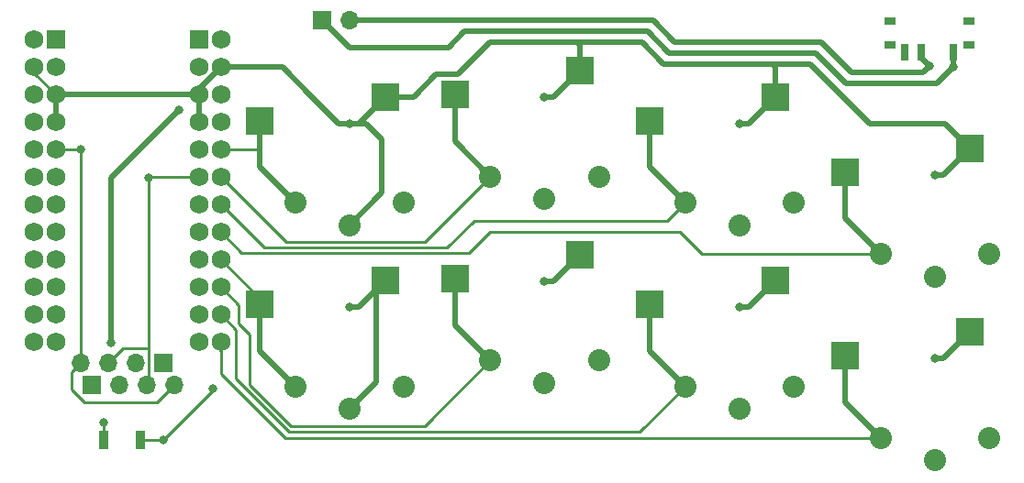
<source format=gbr>
%TF.GenerationSoftware,KiCad,Pcbnew,5.1.10*%
%TF.CreationDate,2021-07-08T20:07:14-05:00*%
%TF.ProjectId,small-paintbrush-hotswap,736d616c-6c2d-4706-9169-6e7462727573,rev?*%
%TF.SameCoordinates,Original*%
%TF.FileFunction,Copper,L1,Top*%
%TF.FilePolarity,Positive*%
%FSLAX46Y46*%
G04 Gerber Fmt 4.6, Leading zero omitted, Abs format (unit mm)*
G04 Created by KiCad (PCBNEW 5.1.10) date 2021-07-08 20:07:14*
%MOMM*%
%LPD*%
G01*
G04 APERTURE LIST*
%TA.AperFunction,ComponentPad*%
%ADD10C,2.032000*%
%TD*%
%TA.AperFunction,SMDPad,CuDef*%
%ADD11R,2.600000X2.600000*%
%TD*%
%TA.AperFunction,ComponentPad*%
%ADD12O,1.700000X1.700000*%
%TD*%
%TA.AperFunction,ComponentPad*%
%ADD13R,1.700000X1.700000*%
%TD*%
%TA.AperFunction,SMDPad,CuDef*%
%ADD14R,0.900000X1.700000*%
%TD*%
%TA.AperFunction,SMDPad,CuDef*%
%ADD15R,1.000000X0.800000*%
%TD*%
%TA.AperFunction,SMDPad,CuDef*%
%ADD16R,0.700000X1.500000*%
%TD*%
%TA.AperFunction,ComponentPad*%
%ADD17C,1.752600*%
%TD*%
%TA.AperFunction,ComponentPad*%
%ADD18R,1.752600X1.752600*%
%TD*%
%TA.AperFunction,ViaPad*%
%ADD19C,0.800000*%
%TD*%
%TA.AperFunction,Conductor*%
%ADD20C,0.508000*%
%TD*%
%TA.AperFunction,Conductor*%
%ADD21C,0.254000*%
%TD*%
%TA.AperFunction,Conductor*%
%ADD22C,0.250000*%
%TD*%
G04 APERTURE END LIST*
D10*
%TO.P,KEY2,2*%
%TO.N,R1C2*%
X118901737Y-35019424D03*
X128901737Y-35019424D03*
D11*
X115626737Y-27469424D03*
D10*
%TO.P,KEY2,1*%
%TO.N,GND*%
X123901737Y-37119424D03*
D11*
X127176737Y-25269424D03*
%TD*%
D10*
%TO.P,KEY3,2*%
%TO.N,R1C3*%
X136901739Y-37399426D03*
X146901739Y-37399426D03*
D11*
X133626739Y-29849426D03*
D10*
%TO.P,KEY3,1*%
%TO.N,GND*%
X141901739Y-39499426D03*
D11*
X145176739Y-27649426D03*
%TD*%
D10*
%TO.P,KEY4,2*%
%TO.N,R1C4*%
X154901737Y-42149424D03*
X164901737Y-42149424D03*
D11*
X151626737Y-34599424D03*
D10*
%TO.P,KEY4,1*%
%TO.N,GND*%
X159901737Y-44249424D03*
D11*
X163176737Y-32399424D03*
%TD*%
D10*
%TO.P,KEY6,2*%
%TO.N,R2C2*%
X118901739Y-52019424D03*
X128901739Y-52019424D03*
D11*
X115626739Y-44469424D03*
D10*
%TO.P,KEY6,1*%
%TO.N,GND*%
X123901739Y-54119424D03*
D11*
X127176739Y-42269424D03*
%TD*%
D10*
%TO.P,KEY7,2*%
%TO.N,R2C3*%
X136901739Y-54399426D03*
X146901739Y-54399426D03*
D11*
X133626739Y-46849426D03*
D10*
%TO.P,KEY7,1*%
%TO.N,GND*%
X141901739Y-56499426D03*
D11*
X145176739Y-44649426D03*
%TD*%
D10*
%TO.P,KEY8,2*%
%TO.N,R2C4*%
X154901739Y-59149423D03*
X164901739Y-59149423D03*
D11*
X151626739Y-51599423D03*
D10*
%TO.P,KEY8,1*%
%TO.N,GND*%
X159901739Y-61249423D03*
D11*
X163176739Y-49399423D03*
%TD*%
D10*
%TO.P,KEY1,2*%
%TO.N,R1C1*%
X100901737Y-37399424D03*
X110901737Y-37399424D03*
D11*
X97626737Y-29849424D03*
D10*
%TO.P,KEY1,1*%
%TO.N,GND*%
X105901737Y-39499424D03*
D11*
X109176737Y-27649424D03*
%TD*%
D10*
%TO.P,KEY5,2*%
%TO.N,R2C1*%
X100901736Y-54399424D03*
X110901736Y-54399424D03*
D11*
X97626736Y-46849424D03*
D10*
%TO.P,KEY5,1*%
%TO.N,GND*%
X105901736Y-56499424D03*
D11*
X109176736Y-44649424D03*
%TD*%
D12*
%TO.P,J1,2*%
%TO.N,Net-(J1-Pad2)*%
X105941736Y-20599424D03*
D13*
%TO.P,J1,1*%
%TO.N,Net-(J1-Pad1)*%
X103401736Y-20599424D03*
%TD*%
D14*
%TO.P,PUSH2,2*%
%TO.N,GND*%
X83201736Y-59349424D03*
%TO.P,PUSH2,1*%
%TO.N,RST*%
X86601736Y-59349424D03*
%TD*%
D15*
%TO.P,SW2,*%
%TO.N,*%
X163051737Y-22879425D03*
X155751737Y-22879425D03*
X155751737Y-20669425D03*
X163051737Y-20669425D03*
D16*
%TO.P,SW2,3*%
%TO.N,Net-(SW2-Pad3)*%
X157151737Y-23529425D03*
%TO.P,SW2,2*%
%TO.N,Net-(J1-Pad2)*%
X158651737Y-23529425D03*
%TO.P,SW2,1*%
%TO.N,Net-(J1-Pad1)*%
X161651737Y-23529425D03*
%TD*%
D12*
%TO.P,J2,4*%
%TO.N,SDA*%
X81081737Y-52249424D03*
%TO.P,J2,3*%
%TO.N,SCL*%
X83621737Y-52249424D03*
%TO.P,J2,2*%
%TO.N,VCC*%
X86161737Y-52249424D03*
D13*
%TO.P,J2,1*%
%TO.N,GND*%
X88701737Y-52249424D03*
%TD*%
D17*
%TO.P,U1,24*%
%TO.N,Net-(U1-Pad24)*%
X94021737Y-22379424D03*
%TO.P,U1,12*%
%TO.N,Net-(U1-Pad12)*%
X78781737Y-50319424D03*
%TO.P,U1,23*%
%TO.N,GND*%
X94021737Y-24919424D03*
%TO.P,U1,22*%
%TO.N,RST*%
X94021737Y-27459424D03*
%TO.P,U1,21*%
%TO.N,VCC*%
X94021737Y-29999424D03*
%TO.P,U1,20*%
%TO.N,R1C1*%
X94021737Y-32539424D03*
%TO.P,U1,19*%
%TO.N,R1C2*%
X94021737Y-35079424D03*
%TO.P,U1,18*%
%TO.N,R1C3*%
X94021737Y-37619424D03*
%TO.P,U1,17*%
%TO.N,R1C4*%
X94021737Y-40159424D03*
%TO.P,U1,16*%
%TO.N,R2C1*%
X94021737Y-42699424D03*
%TO.P,U1,15*%
%TO.N,R2C2*%
X94021737Y-45239424D03*
%TO.P,U1,14*%
%TO.N,R2C3*%
X94021737Y-47779424D03*
%TO.P,U1,13*%
%TO.N,R2C4*%
X94021737Y-50319424D03*
%TO.P,U1,11*%
%TO.N,Net-(U1-Pad11)*%
X78781737Y-47779424D03*
%TO.P,U1,10*%
%TO.N,Net-(U1-Pad10)*%
X78781737Y-45239424D03*
%TO.P,U1,9*%
%TO.N,Net-(U1-Pad9)*%
X78781737Y-42699424D03*
%TO.P,U1,8*%
%TO.N,Net-(U1-Pad8)*%
X78781737Y-40159424D03*
%TO.P,U1,7*%
%TO.N,Net-(U1-Pad7)*%
X78781737Y-37619424D03*
%TO.P,U1,6*%
%TO.N,SCL*%
X78781737Y-35079424D03*
%TO.P,U1,5*%
%TO.N,SDA*%
X78781737Y-32539424D03*
%TO.P,U1,4*%
%TO.N,GND*%
X78781737Y-29999424D03*
%TO.P,U1,3*%
X78781737Y-27459424D03*
%TO.P,U1,2*%
%TO.N,Net-(U1-Pad2)*%
X78781737Y-24919424D03*
D18*
%TO.P,U1,1*%
%TO.N,Net-(U1-Pad1)*%
X78781737Y-22379424D03*
%TD*%
D12*
%TO.P,J3,4*%
%TO.N,SDA*%
X89721739Y-54249424D03*
%TO.P,J3,3*%
%TO.N,SCL*%
X87181739Y-54249424D03*
%TO.P,J3,2*%
%TO.N,VCC*%
X84641739Y-54249424D03*
D13*
%TO.P,J3,1*%
%TO.N,GND*%
X82101739Y-54249424D03*
%TD*%
D17*
%TO.P,U2,24*%
%TO.N,Net-(U2-Pad24)*%
X76781736Y-22379424D03*
%TO.P,U2,12*%
%TO.N,Net-(U2-Pad12)*%
X92021736Y-50319424D03*
%TO.P,U2,23*%
%TO.N,GND*%
X76781736Y-24919424D03*
%TO.P,U2,22*%
%TO.N,RST*%
X76781736Y-27459424D03*
%TO.P,U2,21*%
%TO.N,VCC*%
X76781736Y-29999424D03*
%TO.P,U2,20*%
%TO.N,R1C1*%
X76781736Y-32539424D03*
%TO.P,U2,19*%
%TO.N,R1C2*%
X76781736Y-35079424D03*
%TO.P,U2,18*%
%TO.N,R1C3*%
X76781736Y-37619424D03*
%TO.P,U2,17*%
%TO.N,R1C4*%
X76781736Y-40159424D03*
%TO.P,U2,16*%
%TO.N,R2C1*%
X76781736Y-42699424D03*
%TO.P,U2,15*%
%TO.N,R2C2*%
X76781736Y-45239424D03*
%TO.P,U2,14*%
%TO.N,R2C3*%
X76781736Y-47779424D03*
%TO.P,U2,13*%
%TO.N,R2C4*%
X76781736Y-50319424D03*
%TO.P,U2,11*%
%TO.N,Net-(U2-Pad11)*%
X92021736Y-47779424D03*
%TO.P,U2,10*%
%TO.N,Net-(U2-Pad10)*%
X92021736Y-45239424D03*
%TO.P,U2,9*%
%TO.N,Net-(U2-Pad9)*%
X92021736Y-42699424D03*
%TO.P,U2,8*%
%TO.N,Net-(U2-Pad8)*%
X92021736Y-40159424D03*
%TO.P,U2,7*%
%TO.N,Net-(U2-Pad7)*%
X92021736Y-37619424D03*
%TO.P,U2,6*%
%TO.N,SCL*%
X92021736Y-35079424D03*
%TO.P,U2,5*%
%TO.N,SDA*%
X92021736Y-32539424D03*
%TO.P,U2,4*%
%TO.N,GND*%
X92021736Y-29999424D03*
%TO.P,U2,3*%
X92021736Y-27459424D03*
%TO.P,U2,2*%
%TO.N,Net-(U2-Pad2)*%
X92021736Y-24919424D03*
D18*
%TO.P,U2,1*%
%TO.N,Net-(U2-Pad1)*%
X92021736Y-22379424D03*
%TD*%
D19*
%TO.N,GND*%
X159901739Y-34849425D03*
X123901738Y-44719424D03*
X83201736Y-57749424D03*
X105901739Y-30099426D03*
X105901739Y-47099426D03*
X159901738Y-51849425D03*
X123901737Y-27719424D03*
X141901739Y-30099424D03*
X141901739Y-47099424D03*
%TO.N,VCC*%
X83901738Y-50349424D03*
X90151736Y-28849424D03*
%TO.N,Net-(J1-Pad2)*%
X159401739Y-24799424D03*
%TO.N,Net-(J1-Pad1)*%
X161651737Y-24879443D03*
%TO.N,SDA*%
X81091736Y-32539424D03*
%TO.N,SCL*%
X87401736Y-35099424D03*
%TO.N,RST*%
X93301736Y-54649424D03*
X88701736Y-59349424D03*
%TD*%
D20*
%TO.N,GND*%
X141901739Y-30099424D02*
X142726736Y-30099424D01*
X142726736Y-30099424D02*
X145176737Y-27649424D01*
X108401737Y-53999423D02*
X108401737Y-45424425D01*
X160726738Y-51849424D02*
X163176738Y-49399424D01*
X113901736Y-25599424D02*
X115901738Y-25599424D01*
X160876739Y-30099426D02*
X163176739Y-32399424D01*
X108401737Y-45424425D02*
X109176739Y-44649424D01*
X109176737Y-27649424D02*
X106726735Y-30099426D01*
D21*
X163176737Y-32399424D02*
X163176737Y-31424423D01*
D20*
X132901737Y-22599424D02*
X134901738Y-24599424D01*
X124726739Y-27719425D02*
X127176739Y-25269423D01*
X105901738Y-56499424D02*
X108401737Y-53999423D01*
X106726739Y-47099424D02*
X109176739Y-44649424D01*
X118901737Y-22599425D02*
X126901737Y-22599424D01*
X107401739Y-30099423D02*
X105901739Y-30099426D01*
X127176737Y-22874425D02*
X126901737Y-22599424D01*
X148401736Y-24599424D02*
X153901738Y-30099426D01*
X163176739Y-32399424D02*
X160726739Y-34849424D01*
X109176737Y-27649424D02*
X111851736Y-27649424D01*
X127176739Y-25269423D02*
X127176737Y-22874425D01*
X145176737Y-24874424D02*
X144901739Y-24599424D01*
X108901739Y-31599424D02*
X107401739Y-30099423D01*
D21*
X83201736Y-57749424D02*
X83201736Y-59349424D01*
D20*
X123901737Y-27719424D02*
X124726739Y-27719425D01*
X105901739Y-30099426D02*
X106726737Y-30099426D01*
X108901737Y-36499424D02*
X108901739Y-31599424D01*
X104901738Y-30099426D02*
X105901739Y-30099426D01*
X102471736Y-27669424D02*
X104901738Y-30099426D01*
X126901737Y-22599424D02*
X132901737Y-22599424D01*
X153901738Y-30099426D02*
X160876739Y-30099426D01*
X141901739Y-47099424D02*
X142726739Y-47099423D01*
X105901739Y-47099426D02*
X106726739Y-47099424D01*
X134901738Y-24599424D02*
X144901739Y-24599424D01*
X78781738Y-29999425D02*
X78781739Y-27459423D01*
X123901738Y-44719424D02*
X124726739Y-44719425D01*
X105901739Y-39499424D02*
X108901737Y-36499424D01*
X159901738Y-51849425D02*
X160726738Y-51849424D01*
X78781739Y-27459423D02*
X80511737Y-27459424D01*
X111851736Y-27649424D02*
X113901736Y-25599424D01*
X142726739Y-47099423D02*
X145176739Y-44649424D01*
X145176737Y-27649424D02*
X145176737Y-24874424D01*
X115901738Y-25599424D02*
X118901737Y-22599425D01*
X144901739Y-24599424D02*
X148401736Y-24599424D01*
X160726739Y-34849424D02*
X159901739Y-34849425D01*
X106726735Y-30099426D02*
X105901739Y-30099426D01*
X124726739Y-44719425D02*
X127176737Y-42269424D01*
X99721736Y-24919424D02*
X102471736Y-27669424D01*
X94021737Y-24919424D02*
X99721736Y-24919424D01*
X80511737Y-27459424D02*
X92021736Y-27459424D01*
X92021736Y-26919427D02*
X94021739Y-24919424D01*
X92021736Y-27459424D02*
X92021736Y-26919427D01*
X92021736Y-27459424D02*
X92021736Y-29999424D01*
D22*
X76781736Y-25459423D02*
X76781736Y-24919424D01*
X78781737Y-27459424D02*
X76781736Y-25459423D01*
D20*
%TO.N,R1C1*%
X97626738Y-34124424D02*
X100901739Y-37399423D01*
X97626737Y-29849425D02*
X97626738Y-34124424D01*
D21*
X97626738Y-32539424D02*
X97626738Y-34124424D01*
X94021737Y-32539424D02*
X97626738Y-32539424D01*
D20*
%TO.N,R1C2*%
X115626739Y-27469423D02*
X115626737Y-31744424D01*
X115626737Y-31744424D02*
X118901739Y-35019424D01*
D21*
X100041738Y-41099425D02*
X94021737Y-35079424D01*
X112821739Y-41099425D02*
X100041738Y-41099425D01*
X118901739Y-35019424D02*
X112821739Y-41099425D01*
D20*
%TO.N,R1C3*%
X133626737Y-29849424D02*
X133626739Y-34124423D01*
X133626739Y-34124423D02*
X136901737Y-37399425D01*
D21*
X114901737Y-41599424D02*
X99651736Y-41599424D01*
X117401737Y-39099424D02*
X114901737Y-41599424D01*
X135201737Y-39099424D02*
X117401737Y-39099424D01*
X136901737Y-37399425D02*
X135201737Y-39099424D01*
D22*
X98001737Y-41599424D02*
X94021737Y-37619424D01*
X99651736Y-41599424D02*
X98001737Y-41599424D01*
D20*
%TO.N,R1C4*%
X151626739Y-38874425D02*
X154901738Y-42149423D01*
D21*
X94021738Y-39729424D02*
X94021737Y-40159423D01*
X136401739Y-40099425D02*
X118901737Y-40099424D01*
X118901737Y-40099424D02*
X116901736Y-42099424D01*
D20*
X151626738Y-34599424D02*
X151626739Y-38874425D01*
D21*
X154901738Y-42149423D02*
X138451738Y-42149424D01*
X138451738Y-42149424D02*
X136401739Y-40099425D01*
D22*
X95961737Y-42099424D02*
X116901736Y-42099424D01*
X94021737Y-40159424D02*
X95961737Y-42099424D01*
D20*
%TO.N,R2C1*%
X97626737Y-46849425D02*
X97626739Y-51124425D01*
X97626739Y-51124425D02*
X100901738Y-54399424D01*
D21*
X97626736Y-46304423D02*
X97626736Y-46849424D01*
X94021737Y-42699424D02*
X97626736Y-46304423D01*
D20*
%TO.N,R2C2*%
X115626736Y-48744424D02*
X118901738Y-52019424D01*
X115626739Y-44469423D02*
X115626736Y-48744424D01*
D22*
X95651736Y-48599424D02*
X96651736Y-49599424D01*
X95651736Y-46869423D02*
X95651736Y-48599424D01*
X94021737Y-45239424D02*
X95651736Y-46869423D01*
D21*
X96651736Y-54267354D02*
X96651736Y-49599424D01*
X100483807Y-58099425D02*
X96651736Y-54267354D01*
X112821738Y-58099425D02*
X100483807Y-58099425D01*
X118901738Y-52019424D02*
X112821738Y-58099425D01*
D20*
%TO.N,R2C3*%
X133626737Y-46849424D02*
X133626737Y-51124424D01*
X133626737Y-51124424D02*
X136901737Y-54399425D01*
D21*
X132701737Y-58599424D02*
X136901737Y-54399425D01*
X100341738Y-58599424D02*
X132701737Y-58599424D01*
X95401736Y-53659422D02*
X100341738Y-58599424D01*
X95401736Y-49159423D02*
X95401736Y-53659422D01*
X94021737Y-47779424D02*
X95401736Y-49159423D01*
D20*
%TO.N,R2C4*%
X151626737Y-55874425D02*
X154901737Y-59149424D01*
D21*
X154851739Y-59099424D02*
X154901737Y-59149424D01*
X94001735Y-51149425D02*
X94001736Y-51149424D01*
D20*
X151626739Y-51599424D02*
X151626737Y-55874425D01*
D21*
X94021737Y-53219425D02*
X94021737Y-50319424D01*
X99951735Y-59149423D02*
X94021737Y-53219425D01*
X154901739Y-59149423D02*
X99951735Y-59149423D01*
D20*
%TO.N,VCC*%
X83901738Y-35099422D02*
X90151736Y-28849424D01*
X83901738Y-50349424D02*
X83901738Y-35099422D01*
%TO.N,Net-(J1-Pad2)*%
X158801739Y-25399424D02*
X152202374Y-25399424D01*
X149402374Y-22599424D02*
X135901736Y-22599424D01*
X158651739Y-24049424D02*
X159401739Y-24799424D01*
X158651739Y-23529424D02*
X158651739Y-24049424D01*
X152202374Y-25399424D02*
X149402374Y-22599424D01*
X135901736Y-22599424D02*
X133901736Y-20599424D01*
X159401739Y-24799424D02*
X158801739Y-25399424D01*
X133901736Y-20599424D02*
X105941736Y-20599424D01*
%TO.N,Net-(J1-Pad1)*%
X160731756Y-25799424D02*
X161651737Y-24879443D01*
X160131756Y-26399424D02*
X161651737Y-24879443D01*
X135401736Y-23599424D02*
X148901736Y-23599424D01*
X116531756Y-21599424D02*
X133401736Y-21599424D01*
X161651737Y-23529423D02*
X161651737Y-24879443D01*
X148901736Y-23599424D02*
X151701736Y-26399424D01*
X133401736Y-21599424D02*
X135401736Y-23599424D01*
X103401736Y-20599424D02*
X105901736Y-23099424D01*
X105901736Y-23099424D02*
X115031756Y-23099424D01*
X115031756Y-23099424D02*
X116531756Y-21599424D01*
X151701736Y-26399424D02*
X160131756Y-26399424D01*
D21*
%TO.N,SDA*%
X81401737Y-55849424D02*
X80231740Y-54679427D01*
X80231740Y-54679427D02*
X80231740Y-53099423D01*
X89721739Y-54249424D02*
X88121738Y-55849424D01*
X88121738Y-55849424D02*
X81401737Y-55849424D01*
X80231740Y-53099423D02*
X81081738Y-52249423D01*
D22*
X81081737Y-32549423D02*
X81091736Y-32539424D01*
X81081737Y-52249424D02*
X81081737Y-32549423D01*
X78781737Y-32539424D02*
X81091736Y-32539424D01*
D21*
%TO.N,SCL*%
X87401738Y-54029425D02*
X87181736Y-54249424D01*
X85021737Y-50849424D02*
X87401739Y-50849424D01*
X83621736Y-52249426D02*
X85021737Y-50849424D01*
X87401739Y-50849424D02*
X87401738Y-54029425D01*
X87401739Y-35099427D02*
X87401736Y-35099424D01*
X87401739Y-50849424D02*
X87401739Y-35099427D01*
X92021736Y-35079424D02*
X87421736Y-35079424D01*
X87421736Y-35079424D02*
X87401736Y-35099424D01*
D22*
%TO.N,RST*%
X86601736Y-59349424D02*
X88701736Y-59349424D01*
X88701736Y-59349424D02*
X93301736Y-54749424D01*
X93301736Y-54749424D02*
X93301736Y-54649424D01*
%TD*%
M02*

</source>
